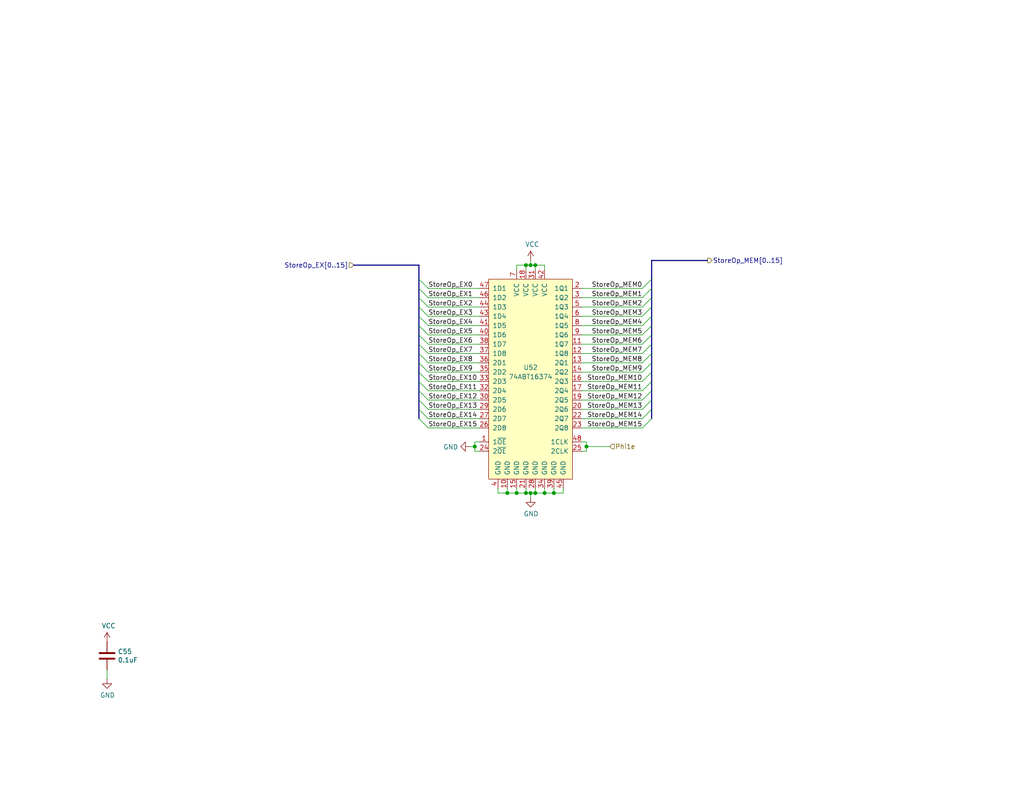
<source format=kicad_sch>
(kicad_sch (version 20250114) (generator "eeschema") (generator_version "9.0")
  (paper "USLetter")
  (title_block (title "EX/MEM: Store Operand Register") (date "2025-07-02") (rev "A"))
  (lib_symbols
    (symbol "Device:C" (pin_numbers (hide yes)) (pin_names (offset 0.254))
      (property "Reference" "C" (at 0.635 2.54 0))
      (property "Value" "C" (at 0.635 -2.54 0))
      (symbol "C_0_1"
        (polyline (pts (xy -2.032 0.762) (xy 2.032 0.762)) (stroke (width 0.508)))
        (polyline (pts (xy -2.032 -0.762) (xy 2.032 -0.762)) (stroke (width 0.508)))
      )
      (symbol "C_1_1"
        (pin passive line (at 0 3.81 270) (length 2.794) (name "~") (number "1"))
        (pin passive line (at 0 -3.81 90) (length 2.794) (name "~") (number "2"))
      )
    )
    (symbol "Turtle16:74ABT16374" (pin_names (offset 1.016))
      (symbol "74ABT16374_0_0"
        (pin input line (at -13.97 21.59 0) (length 2.54) (name "1D1") (number "47"))
        (pin input line (at -13.97 19.05 0) (length 2.54) (name "1D2") (number "46"))
        (pin input line (at -13.97 16.51 0) (length 2.54) (name "1D3") (number "44"))
        (pin input line (at -13.97 13.97 0) (length 2.54) (name "1D4") (number "43"))
        (pin input line (at -13.97 11.43 0) (length 2.54) (name "1D5") (number "41"))
        (pin input line (at -13.97 8.89 0) (length 2.54) (name "1D6") (number "40"))
        (pin input line (at -13.97 6.35 0) (length 2.54) (name "1D7") (number "38"))
        (pin input line (at -13.97 3.81 0) (length 2.54) (name "1D8") (number "37"))
        (pin input line (at -13.97 1.27 0) (length 2.54) (name "2D1") (number "36"))
        (pin input line (at -13.97 -1.27 0) (length 2.54) (name "2D2") (number "35"))
        (pin input line (at -13.97 -3.81 0) (length 2.54) (name "2D3") (number "33"))
        (pin input line (at -13.97 -6.35 0) (length 2.54) (name "2D4") (number "32"))
        (pin input line (at -13.97 -8.89 0) (length 2.54) (name "2D5") (number "30"))
        (pin input line (at -13.97 -11.43 0) (length 2.54) (name "2D6") (number "29"))
        (pin input line (at -13.97 -13.97 0) (length 2.54) (name "2D7") (number "27"))
        (pin input line (at -13.97 -16.51 0) (length 2.54) (name "2D8") (number "26"))
        (pin input line (at -13.97 -20.32 0) (length 2.54) (name "1~{OE}") (number "1"))
        (pin input line (at -13.97 -22.86 0) (length 2.54) (name "2~{OE}") (number "24"))
        (pin power_in line (at -8.89 -33.02 90) (length 2.54) (name "GND") (number "4"))
        (pin power_in line (at -6.35 -33.02 90) (length 2.54) (name "GND") (number "10"))
        (pin power_in line (at -3.81 26.67 270) (length 2.54) (name "VCC") (number "7"))
        (pin power_in line (at -3.81 -33.02 90) (length 2.54) (name "GND") (number "15"))
        (pin power_in line (at -1.27 26.67 270) (length 2.54) (name "VCC") (number "18"))
        (pin power_in line (at -1.27 -33.02 90) (length 2.54) (name "GND") (number "21"))
        (pin power_in line (at 1.27 26.67 270) (length 2.54) (name "VCC") (number "31"))
        (pin power_in line (at 1.27 -33.02 90) (length 2.54) (name "GND") (number "28"))
        (pin power_in line (at 3.81 26.67 270) (length 2.54) (name "VCC") (number "42"))
        (pin power_in line (at 3.81 -33.02 90) (length 2.54) (name "GND") (number "34"))
        (pin power_in line (at 6.35 -33.02 90) (length 2.54) (name "GND") (number "39"))
        (pin power_in line (at 8.89 -33.02 90) (length 2.54) (name "GND") (number "45"))
        (pin tri_state line (at 13.97 21.59 180) (length 2.54) (name "1Q1") (number "2"))
        (pin tri_state line (at 13.97 19.05 180) (length 2.54) (name "1Q2") (number "3"))
        (pin tri_state line (at 13.97 16.51 180) (length 2.54) (name "1Q3") (number "5"))
        (pin tri_state line (at 13.97 13.97 180) (length 2.54) (name "1Q4") (number "6"))
        (pin tri_state line (at 13.97 11.43 180) (length 2.54) (name "1Q5") (number "8"))
        (pin tri_state line (at 13.97 8.89 180) (length 2.54) (name "1Q6") (number "9"))
        (pin tri_state line (at 13.97 6.35 180) (length 2.54) (name "1Q7") (number "11"))
        (pin tri_state line (at 13.97 3.81 180) (length 2.54) (name "1Q8") (number "12"))
        (pin tri_state line (at 13.97 1.27 180) (length 2.54) (name "2Q1") (number "13"))
        (pin tri_state line (at 13.97 -1.27 180) (length 2.54) (name "2Q2") (number "14"))
        (pin tri_state line (at 13.97 -3.81 180) (length 2.54) (name "2Q3") (number "16"))
        (pin tri_state line (at 13.97 -6.35 180) (length 2.54) (name "2Q4") (number "17"))
        (pin tri_state line (at 13.97 -8.89 180) (length 2.54) (name "2Q5") (number "19"))
        (pin tri_state line (at 13.97 -11.43 180) (length 2.54) (name "2Q6") (number "20"))
        (pin tri_state line (at 13.97 -13.97 180) (length 2.54) (name "2Q7") (number "22"))
        (pin tri_state line (at 13.97 -16.51 180) (length 2.54) (name "2Q8") (number "23"))
        (pin input line (at 13.97 -20.32 180) (length 2.54) (name "1CLK") (number "48"))
        (pin input line (at 13.97 -22.86 180) (length 2.54) (name "2CLK") (number "25"))
      )
      (symbol "74ABT16374_0_1"
        (rectangle (start -11.43 24.13) (end 11.43 -30.48) (fill (type background)))
      )
    )
    (symbol "power:GND" (power) (pin_numbers (hide yes)) (pin_names (offset 0) (hide yes))
      (property "Value" "GND" (at 0 -3.81 0))
      (symbol "GND_0_1"
        (polyline (pts (xy 0 0) (xy 0 -1.27) (xy 1.27 -1.27) (xy 0 -2.54) (xy -1.27 -1.27) (xy 0 -1.27)))
      )
      (symbol "GND_1_1"
        (pin power_in line (at 0 0 270) (length 0) (name "~") (number "1"))
      )
    )
    (symbol "power:VCC" (power) (pin_numbers (hide yes)) (pin_names (offset 0) (hide yes))
      (property "Value" "VCC" (at 0 3.556 0))
      (symbol "VCC_0_1"
        (polyline (pts (xy -0.762 1.27) (xy 0 2.54)))
        (polyline (pts (xy 0 2.54) (xy 0.762 1.27)))
        (polyline (pts (xy 0 0) (xy 0 2.54)))
      )
      (symbol "VCC_1_1"
        (pin power_in line (at 0 0 90) (length 0) (name "~") (number "1"))
      )
    )
  )
  (junction (at 144.78 72.39))
  (junction (at 143.51 134.62))
  (junction (at 144.78 134.62))
  (junction (at 138.43 134.62))
  (junction (at 160.02 121.92))
  (junction (at 143.51 72.39))
  (junction (at 146.05 72.39))
  (junction (at 151.13 134.62))
  (junction (at 129.54 121.92))
  (junction (at 140.97 134.62))
  (junction (at 148.59 134.62))
  (junction (at 146.05 134.62))
  (bus_entry (at 114.3 78.74) (size 2.54 2.54))
  (bus_entry (at 114.3 76.2) (size 2.54 2.54))
  (bus_entry (at 114.3 91.44) (size 2.54 2.54))
  (bus_entry (at 114.3 114.3) (size 2.54 2.54))
  (bus_entry (at 177.8 106.68) (size -2.54 2.54))
  (bus_entry (at 114.3 111.76) (size 2.54 2.54))
  (bus_entry (at 114.3 109.22) (size 2.54 2.54))
  (bus_entry (at 114.3 88.9) (size 2.54 2.54))
  (bus_entry (at 114.3 96.52) (size 2.54 2.54))
  (bus_entry (at 177.8 88.9) (size -2.54 2.54))
  (bus_entry (at 114.3 101.6) (size 2.54 2.54))
  (bus_entry (at 177.8 86.36) (size -2.54 2.54))
  (bus_entry (at 177.8 96.52) (size -2.54 2.54))
  (bus_entry (at 114.3 99.06) (size 2.54 2.54))
  (bus_entry (at 114.3 83.82) (size 2.54 2.54))
  (bus_entry (at 177.8 76.2) (size -2.54 2.54))
  (bus_entry (at 114.3 104.14) (size 2.54 2.54))
  (bus_entry (at 177.8 83.82) (size -2.54 2.54))
  (bus_entry (at 177.8 109.22) (size -2.54 2.54))
  (bus_entry (at 177.8 114.3) (size -2.54 2.54))
  (bus_entry (at 177.8 99.06) (size -2.54 2.54))
  (bus_entry (at 114.3 81.28) (size 2.54 2.54))
  (bus_entry (at 114.3 93.98) (size 2.54 2.54))
  (bus_entry (at 177.8 101.6) (size -2.54 2.54))
  (bus_entry (at 177.8 104.14) (size -2.54 2.54))
  (bus_entry (at 177.8 91.44) (size -2.54 2.54))
  (bus_entry (at 114.3 86.36) (size 2.54 2.54))
  (bus_entry (at 177.8 111.76) (size -2.54 2.54))
  (bus_entry (at 177.8 93.98) (size -2.54 2.54))
  (bus_entry (at 177.8 81.28) (size -2.54 2.54))
  (bus_entry (at 177.8 78.74) (size -2.54 2.54))
  (bus_entry (at 114.3 106.68) (size 2.54 2.54))
  (wire (pts (xy 116.84 111.76) (xy 130.81 111.76)))
  (wire (pts (xy 138.43 134.62) (xy 140.97 134.62)))
  (wire (pts (xy 175.26 114.3) (xy 158.75 114.3)))
  (wire (pts (xy 116.84 81.28) (xy 130.81 81.28)))
  (wire (pts (xy 140.97 72.39) (xy 143.51 72.39)))
  (bus (pts (xy 177.8 78.74) (xy 177.8 81.28)))
  (wire (pts (xy 175.26 109.22) (xy 158.75 109.22)))
  (bus (pts (xy 177.8 101.6) (xy 177.8 104.14)))
  (wire (pts (xy 143.51 133.35) (xy 143.51 134.62)))
  (bus (pts (xy 177.8 96.52) (xy 177.8 99.06)))
  (wire (pts (xy 146.05 133.35) (xy 146.05 134.62)))
  (wire (pts (xy 143.51 73.66) (xy 143.51 72.39)))
  (bus (pts (xy 177.8 91.44) (xy 177.8 93.98)))
  (bus (pts (xy 114.3 81.28) (xy 114.3 83.82)))
  (wire (pts (xy 143.51 72.39) (xy 144.78 72.39)))
  (wire (pts (xy 116.84 93.98) (xy 130.81 93.98)))
  (wire (pts (xy 175.26 96.52) (xy 158.75 96.52)))
  (bus (pts (xy 114.3 86.36) (xy 114.3 88.9)))
  (wire (pts (xy 116.84 104.14) (xy 130.81 104.14)))
  (wire (pts (xy 140.97 134.62) (xy 143.51 134.62)))
  (wire (pts (xy 144.78 72.39) (xy 146.05 72.39)))
  (bus (pts (xy 177.8 71.12) (xy 177.8 76.2)))
  (wire (pts (xy 146.05 134.62) (xy 148.59 134.62)))
  (wire (pts (xy 135.89 133.35) (xy 135.89 134.62)))
  (bus (pts (xy 114.3 104.14) (xy 114.3 106.68)))
  (wire (pts (xy 116.84 86.36) (xy 130.81 86.36)))
  (wire (pts (xy 143.51 134.62) (xy 144.78 134.62)))
  (wire (pts (xy 144.78 71.12) (xy 144.78 72.39)))
  (bus (pts (xy 114.3 83.82) (xy 114.3 86.36)))
  (wire (pts (xy 160.02 121.92) (xy 166.37 121.92)))
  (wire (pts (xy 116.84 106.68) (xy 130.81 106.68)))
  (wire (pts (xy 160.02 120.65) (xy 160.02 121.92)))
  (wire (pts (xy 160.02 121.92) (xy 160.02 123.19)))
  (wire (pts (xy 135.89 134.62) (xy 138.43 134.62)))
  (wire (pts (xy 175.26 91.44) (xy 158.75 91.44)))
  (bus (pts (xy 114.3 88.9) (xy 114.3 91.44)))
  (wire (pts (xy 175.26 116.84) (xy 158.75 116.84)))
  (bus (pts (xy 177.8 111.76) (xy 177.8 114.3)))
  (wire (pts (xy 138.43 133.35) (xy 138.43 134.62)))
  (bus (pts (xy 177.8 99.06) (xy 177.8 101.6)))
  (wire (pts (xy 116.84 109.22) (xy 130.81 109.22)))
  (bus (pts (xy 177.8 76.2) (xy 177.8 78.74)))
  (wire (pts (xy 153.67 134.62) (xy 153.67 133.35)))
  (wire (pts (xy 129.54 121.92) (xy 129.54 123.19)))
  (wire (pts (xy 116.84 96.52) (xy 130.81 96.52)))
  (wire (pts (xy 146.05 72.39) (xy 148.59 72.39)))
  (wire (pts (xy 140.97 73.66) (xy 140.97 72.39)))
  (wire (pts (xy 151.13 134.62) (xy 153.67 134.62)))
  (wire (pts (xy 175.26 106.68) (xy 158.75 106.68)))
  (wire (pts (xy 151.13 133.35) (xy 151.13 134.62)))
  (wire (pts (xy 144.78 134.62) (xy 144.78 135.89)))
  (bus (pts (xy 114.3 72.39) (xy 114.3 76.2)))
  (bus (pts (xy 114.3 109.22) (xy 114.3 111.76)))
  (wire (pts (xy 116.84 83.82) (xy 130.81 83.82)))
  (wire (pts (xy 129.54 121.92) (xy 128.27 121.92)))
  (bus (pts (xy 177.8 106.68) (xy 177.8 109.22)))
  (bus (pts (xy 114.3 111.76) (xy 114.3 114.3)))
  (wire (pts (xy 148.59 72.39) (xy 148.59 73.66)))
  (bus (pts (xy 114.3 78.74) (xy 114.3 81.28)))
  (wire (pts (xy 175.26 78.74) (xy 158.75 78.74)))
  (wire (pts (xy 175.26 101.6) (xy 158.75 101.6)))
  (wire (pts (xy 175.26 111.76) (xy 158.75 111.76)))
  (bus (pts (xy 177.8 83.82) (xy 177.8 86.36)))
  (wire (pts (xy 116.84 91.44) (xy 130.81 91.44)))
  (bus (pts (xy 114.3 106.68) (xy 114.3 109.22)))
  (wire (pts (xy 160.02 123.19) (xy 158.75 123.19)))
  (bus (pts (xy 114.3 91.44) (xy 114.3 93.98)))
  (wire (pts (xy 140.97 133.35) (xy 140.97 134.62)))
  (bus (pts (xy 177.8 88.9) (xy 177.8 91.44)))
  (wire (pts (xy 129.54 120.65) (xy 129.54 121.92)))
  (wire (pts (xy 116.84 101.6) (xy 130.81 101.6)))
  (wire (pts (xy 175.26 104.14) (xy 158.75 104.14)))
  (wire (pts (xy 130.81 120.65) (xy 129.54 120.65)))
  (wire (pts (xy 148.59 134.62) (xy 151.13 134.62)))
  (bus (pts (xy 177.8 93.98) (xy 177.8 96.52)))
  (wire (pts (xy 29.21 185.42) (xy 29.21 182.88)))
  (bus (pts (xy 177.8 86.36) (xy 177.8 88.9)))
  (bus (pts (xy 114.3 76.2) (xy 114.3 78.74)))
  (bus (pts (xy 96.52 72.39) (xy 114.3 72.39)))
  (wire (pts (xy 175.26 81.28) (xy 158.75 81.28)))
  (bus (pts (xy 177.8 81.28) (xy 177.8 83.82)))
  (wire (pts (xy 146.05 73.66) (xy 146.05 72.39)))
  (wire (pts (xy 129.54 123.19) (xy 130.81 123.19)))
  (bus (pts (xy 193.04 71.12) (xy 177.8 71.12)))
  (bus (pts (xy 114.3 99.06) (xy 114.3 101.6)))
  (bus (pts (xy 114.3 93.98) (xy 114.3 96.52)))
  (bus (pts (xy 114.3 96.52) (xy 114.3 99.06)))
  (wire (pts (xy 116.84 88.9) (xy 130.81 88.9)))
  (bus (pts (xy 177.8 109.22) (xy 177.8 111.76)))
  (wire (pts (xy 144.78 134.62) (xy 146.05 134.62)))
  (wire (pts (xy 116.84 116.84) (xy 130.81 116.84)))
  (wire (pts (xy 175.26 88.9) (xy 158.75 88.9)))
  (wire (pts (xy 148.59 133.35) (xy 148.59 134.62)))
  (wire (pts (xy 175.26 86.36) (xy 158.75 86.36)))
  (bus (pts (xy 114.3 101.6) (xy 114.3 104.14)))
  (wire (pts (xy 175.26 83.82) (xy 158.75 83.82)))
  (wire (pts (xy 116.84 99.06) (xy 130.81 99.06)))
  (wire (pts (xy 116.84 78.74) (xy 130.81 78.74)))
  (wire (pts (xy 158.75 120.65) (xy 160.02 120.65)))
  (wire (pts (xy 116.84 114.3) (xy 130.81 114.3)))
  (wire (pts (xy 175.26 99.06) (xy 158.75 99.06)))
  (bus (pts (xy 177.8 104.14) (xy 177.8 106.68)))
  (wire (pts (xy 175.26 93.98) (xy 158.75 93.98)))
  (label "StoreOp_EX12" (at 116.84 109.22 0))
  (label "StoreOp_EX13" (at 116.84 111.76 0))
  (label "StoreOp_EX0" (at 116.84 78.74 0))
  (label "StoreOp_MEM2" (at 175.26 83.82 180))
  (label "StoreOp_EX2" (at 116.84 83.82 0))
  (label "StoreOp_EX8" (at 116.84 99.06 0))
  (label "StoreOp_MEM10" (at 175.26 104.14 180))
  (label "StoreOp_MEM15" (at 175.26 116.84 180))
  (label "StoreOp_EX10" (at 116.84 104.14 0))
  (label "StoreOp_MEM12" (at 175.26 109.22 180))
  (label "StoreOp_MEM4" (at 175.26 88.9 180))
  (label "StoreOp_EX6" (at 116.84 93.98 0))
  (label "StoreOp_MEM1" (at 175.26 81.28 180))
  (label "StoreOp_MEM9" (at 175.26 101.6 180))
  (label "StoreOp_MEM7" (at 175.26 96.52 180))
  (label "StoreOp_EX11" (at 116.84 106.68 0))
  (label "StoreOp_EX3" (at 116.84 86.36 0))
  (label "StoreOp_EX1" (at 116.84 81.28 0))
  (label "StoreOp_EX7" (at 116.84 96.52 0))
  (label "StoreOp_MEM3" (at 175.26 86.36 180))
  (label "StoreOp_EX9" (at 116.84 101.6 0))
  (label "StoreOp_MEM14" (at 175.26 114.3 180))
  (label "StoreOp_MEM8" (at 175.26 99.06 180))
  (label "StoreOp_MEM13" (at 175.26 111.76 180))
  (label "StoreOp_EX15" (at 116.84 116.84 0))
  (label "StoreOp_EX5" (at 116.84 91.44 0))
  (label "StoreOp_MEM11" (at 175.26 106.68 180))
  (label "StoreOp_EX14" (at 116.84 114.3 0))
  (label "StoreOp_MEM5" (at 175.26 91.44 180))
  (label "StoreOp_MEM6" (at 175.26 93.98 180))
  (label "StoreOp_MEM0" (at 175.26 78.74 180))
  (label "StoreOp_EX4" (at 116.84 88.9 0))
  (hierarchical_label "StoreOp_MEM[0..15]" (shape output) (at 193.04 71.12 0))
  (hierarchical_label "Phi1e" (shape input) (at 166.37 121.92 0))
  (hierarchical_label "StoreOp_EX[0..15]" (shape input) (at 96.52 72.39 180))
  (symbol (lib_id "Device:C") (at 29.21 179.07 0) (unit 1)
    (property "Reference" "C55" (at 32.131 177.9016 0) (effects (justify left)))
    (property "Value" "0.1uF" (at 32.131 180.213 0) (effects (justify left)))
    (property "Footprint" "Capacitor_SMD:C_0603_1608Metric" (effects (hide yes)))
    (property "Datasheet" "https://www.mouser.com/datasheet/2/396/taiyo_yuden_12132018_mlcc11_hq_e-1510082.pdf" (effects (hide yes)))
    (property "Manufacturer" "Taiyo Yuden" (effects (hide yes)))
    (property "Manufacturer#" "EMK107B7104KAHT" (effects (hide yes)))
    (property "Mouser#" "963-EMK107B7104KAHT" (effects (hide yes)))
    (property "Digikey#" "587-6004-1-ND" (effects (hide yes)))
  )
  (symbol (lib_id "power:VCC") (at 29.21 175.26 0) (unit 1)
    (property "Reference" "#PWR0336" (effects (hide yes)))
    (property "Value" "VCC" (at 29.6418 170.8658 0))
    (property "Description" "Power symbol creates a global label with name \"VCC\"" (effects (hide yes)))
  )
  (symbol (lib_id "power:GND") (at 29.21 185.42 0) (unit 1)
    (property "Reference" "#PWR0337" (effects (hide yes)))
    (property "Value" "GND" (at 29.337 189.8142 0))
    (property "Description" "Power symbol creates a global label with name \"GND\" , ground" (effects (hide yes)))
  )
  (symbol (lib_id "power:GND") (at 128.27 121.92 270) (unit 1)
    (property "Reference" "#PWR0338" (effects (hide yes)))
    (property "Value" "GND" (at 125.0188 122.047 90) (effects (justify right)))
    (property "Description" "Power symbol creates a global label with name \"GND\" , ground" (effects (hide yes)))
  )
  (symbol (lib_id "power:VCC") (at 144.78 71.12 0) (unit 1)
    (property "Reference" "#PWR0339" (effects (hide yes)))
    (property "Value" "VCC" (at 145.2118 66.7258 0))
    (property "Description" "Power symbol creates a global label with name \"VCC\"" (effects (hide yes)))
  )
  (symbol (lib_id "power:GND") (at 144.78 135.89 0) (unit 1)
    (property "Reference" "#PWR0340" (effects (hide yes)))
    (property "Value" "GND" (at 144.907 140.2842 0))
    (property "Description" "Power symbol creates a global label with name \"GND\" , ground" (effects (hide yes)))
  )
  (symbol (lib_id "Turtle16:74ABT16374") (at 144.78 100.33 0) (unit 1)
    (property "Reference" "U52" (at 144.78 100.33 0))
    (property "Value" "74ABT16374" (at 144.78 102.87 0))
    (property "Footprint" "Package_SO:TSSOP-48_6.1x12.5mm_P0.5mm" (effects (hide yes)))
    (property "Datasheet" "https://www.ti.com/general/docs/suppproductinfo.tsp?distId=26&gotoUrl=https://www.ti.com/lit/gpn/sn74abt16374a" (effects (hide yes)))
    (property "Manufacturer" "Texas Instruments" (effects (hide yes)))
    (property "Manufacturer#" "SN74ABT16374ADGGR" (effects (hide yes)))
    (property "Mouser#" "595-SNABT16374ADGGR" (effects (hide yes)))
    (property "Digikey#" "296-3900-1-ND" (effects (hide yes)))
  )
)
</source>
